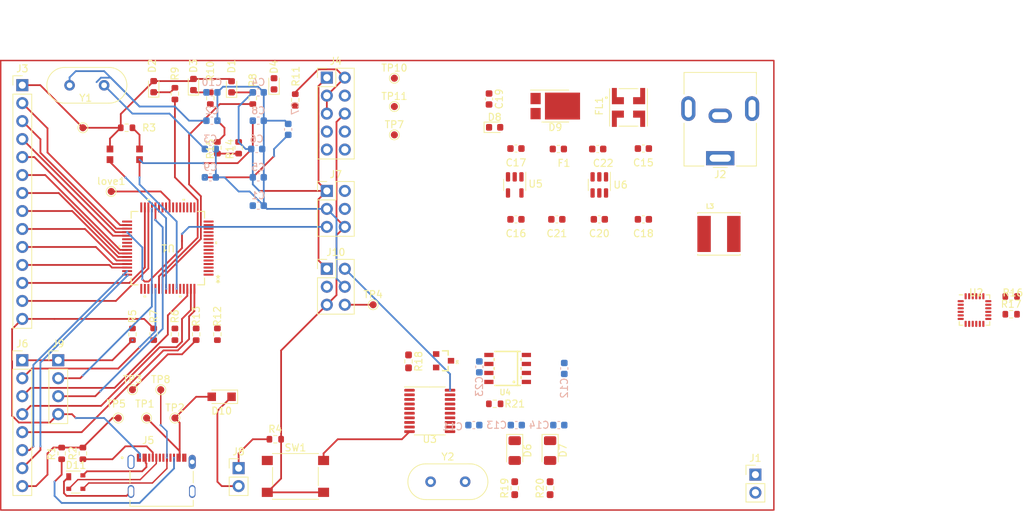
<source format=kicad_pcb>
(kicad_pcb (version 20221018) (generator pcbnew)
  (layers (0 "F.Cu" signal) (31 "B.Cu" signal) (34 "B.Paste" user) (35 "F.Paste" user) (36 "B.SilkS" user "B.Silkscreen") (37 "F.SilkS" user "F.Silkscreen") (38 "B.Mask" user) (39 "F.Mask" user) (44 "Edge.Cuts" user))
  (net 0 "")
  (net 1 "GND")
  (net 2 "Net-(U1-AVCC0)")
  (net 3 "Net-(U1-P213{slash}GTIOC0A{slash}XTAL)")
  (net 4 "Net-(U1-P212{slash}GTIOC0B{slash}EXTAL)")
  (net 5 "IOREF")
  (net 6 "/MCU/MCU_3V3")
  (net 7 "Net-(U1-P010{slash}AN005{slash}VREFH0)")
  (net 8 "Net-(U1-VCL)")
  (net 9 "Net-(U3-OSC2)")
  (net 10 "Net-(U3-OSC1)")
  (net 11 "+12V")
  (net 12 "+3.3V")
  (net 13 "Net-(U6-BST)")
  (net 14 "Net-(U6-SW)")
  (net 15 "Net-(D9-K)")
  (net 16 "-BATT")
  (net 17 "Net-(C22-Pad2)")
  (net 18 "/Connectors/SHIELD2")
  (net 19 "Net-(D1-K)")
  (net 20 "Net-(D2-K)")
  (net 21 "Net-(D3-K)")
  (net 22 "Net-(D4-K)")
  (net 23 "D13")
  (net 24 "/CAN/CAN_HI")
  (net 25 "/CAN/CAN_LOW")
  (net 26 "Net-(D6-K)")
  (net 27 "Net-(D6-A)")
  (net 28 "Net-(D7-K)")
  (net 29 "Net-(D7-A)")
  (net 30 "Net-(D8-A2)")
  (net 31 "VUSB_DIODE")
  (net 32 "VUSB")
  (net 33 "USB_D-")
  (net 34 "USB_D+")
  (net 35 "+BATT")
  (net 37 "D12")
  (net 38 "D11")
  (net 39 "D10")
  (net 40 "D7")
  (net 41 "D6")
  (net 42 "D5")
  (net 43 "D4")
  (net 44 "D3")
  (net 45 "D2")
  (net 46 "D1")
  (net 47 "D0")
  (net 48 "P502")
  (net 49 "~{RESET}")
  (net 50 "P501")
  (net 52 "P300")
  (net 53 "P108")
  (net 54 "CC1")
  (net 57 "CC2")
  (net 58 "A0")
  (net 59 "A1")
  (net 60 "A2")
  (net 61 "A3")
  (net 62 "A4")
  (net 63 "A5")
  (net 64 "D9")
  (net 65 "D8")
  (net 66 "BOOT")
  (net 67 "/MCU/AREF")
  (net 68 "/MCU/P204")
  (net 69 "Net-(U1-P407{slash}USB_VBUS{slash}ADTRG0)")
  (net 70 "Net-(R6-Pad2)")
  (net 71 "/MCU/P012")
  (net 72 "/MCU/P013")
  (net 73 "Net-(U1-NMI{slash}INPUT_ONLY_P200)")
  (net 74 "/MCU/MD")
  (net 75 "Net-(U1-GTIOC2A{slash}AN016{slash}P500)")
  (net 112 "/CAN/SOF")
  (footprint "TestPoint:TestPoint_Pad_D1.0mm" (layer "F.Cu") (at 113 125)
    (fp_text reference "TP2")
    (fp_text value "TestPoint" hide)
  )
  (footprint "Resistor_SMD:R_0603_1608Metric" (layer "F.Cu") (at 127.175 128)
    (fp_text reference "R4")
    (fp_text value "5.1k")
  )
  (footprint "Resistor_SMD:R_0603_1608Metric" (layer "F.Cu") (at 119 86.825 90)
    (fp_text reference "R15")
    (fp_text value "13.7k" hide)
  )
  (footprint "Connector_PinHeader_2.54mm:PinHeader_2x05_P2.54mm_Vertical" (layer "F.Cu") (at 134.46 76.92)
    (fp_text reference "J4")
    (fp_text value "Conn_02x05_Counter_Clockwise")
  )
  (footprint "TestPoint:TestPoint_Pad_D1.0mm" (layer "F.Cu") (at 105 125)
    (fp_text reference "TP5")
    (fp_text value "TestPoint" hide)
  )
  (footprint "Connector_PinHeader_2.54mm:PinHeader_1x02_P2.54mm_Vertical" (layer "F.Cu") (at 195 133)
    (fp_text reference "J1")
    (fp_text value "CAN_OUT")
  )
  (footprint "Resistor_SMD:R_0603_1608Metric" (layer "F.Cu") (at 118 79.825 -90)
    (fp_text reference "R10")
    (fp_text value "330" hide)
  )
  (footprint "Resistor_SMD:R_0603_1608Metric" (layer "F.Cu") (at 113 79.175 -90)
    (fp_text reference "R9")
    (fp_text value "330" hide)
  )
  (footprint "Package_TO_SOT_SMD:TSOT-23-6" (layer "F.Cu") (at 172.95 92.0725 -90)
    (fp_text reference "U6")
    (fp_text value "AP63205WU-7")
  )
  (footprint "Resistor_SMD:R_0603_1608Metric" (layer "F.Cu") (at 97 130 90)
    (fp_text reference "R1")
    (fp_text value "5.1k")
  )
  (footprint "Resistor_SMD:R_0603_1608Metric" (layer "F.Cu") (at 100 130 90)
    (fp_text reference "R2")
    (fp_text value "5.1k")
  )
  (footprint "Capacitor_SMD:C_0603_1608Metric" (layer "F.Cu") (at 179.175 86.935)
    (fp_text reference "C15")
    (fp_text value "10u")
  )
  (footprint "~ALL:IND_BLM18_0603_MUR" (layer "F.Cu") (at 103.825 87.7493 90)
    (fp_text reference "L2" hide)
    (fp_text value "BLM18PG471SN1D" hide)
  )
  (footprint "~ALL:PLQP0064KB-C_REN" (layer "F.Cu") (at 112 101 180)
    (fp_text reference "U1")
    (fp_text value "R7FA4M1AB3CFM" hide)
  )
  (footprint "Diode_SMD:D_0603_1608Metric" (layer "F.Cu") (at 110 78.1925 90)
    (fp_text reference "D2")
    (fp_text value "LED" hide)
  )
  (footprint "Capacitor_SMD:C_0603_1608Metric" (layer "F.Cu") (at 166.95 96.935 180)
    (fp_text reference "C21")
    (fp_text value "22u")
  )
  (footprint "~ALL:SOT23-3" (layer "F.Cu") (at 150.9 116.9125 -90)
    (fp_text reference "D5")
    (fp_text value "PESD1CAN")
  )
  (footprint "Diode_SMD:Nexperia_CFP3_SOD-123W" (layer "F.Cu") (at 119.6 122 180)
    (fp_text reference "D10")
    (fp_text value "PMEG6020AELRX" hide)
  )
  (footprint "Crystal:Crystal_HC49-U_Vertical" (layer "F.Cu") (at 103 78 180)
    (fp_text reference "Y1")
    (fp_text value "16MHz?")
  )
  (footprint "Capacitor_SMD:C_0603_1608Metric" (layer "F.Cu") (at 172.95 96.935)
    (fp_text reference "C20")
    (fp_text value "22u")
  )
  (footprint "Package_TO_SOT_SMD:SOT-143" (layer "F.Cu") (at 99 134.05)
    (fp_text reference "D11")
    (fp_text value "PRTR5V0U2X,215" hide)
  )
  (footprint "TestPoint:TestPoint_Pad_D1.0mm" (layer "F.Cu") (at 107 121)
    (fp_text reference "TP3")
    (fp_text value "TestPoint" hide)
  )
  (footprint "Diode_SMD:D_0603_1608Metric" (layer "F.Cu") (at 158.1625 83.935)
    (fp_text reference "D8")
    (fp_text value "5.0SMDJ16CA")
  )
  (footprint "~ALL:SOT96-1" (layer "F.Cu") (at 160 118 90)
    (fp_text reference "U4")
    (fp_text value "TJA1050")
  )
  (footprint "Resistor_SMD:R_0603_1608Metric" (layer "F.Cu") (at 130 80.0725 90)
    (fp_text reference "R11")
    (fp_text value "330" hide)
  )
  (footprint "Diode_SMD:D_0603_1608Metric" (layer "F.Cu") (at 121 78.2125 90)
    (fp_text reference "D1")
    (fp_text value "LED" hide)
  )
  (footprint "Package_SO:TSSOP-20_4.4x6.5mm_P0.65mm" (layer "F.Cu") (at 149 124)
    (fp_text reference "U3")
    (fp_text value "MCP2515-xST")
  )
  (footprint "TestPoint:TestPoint_Pad_D1.0mm" (layer "F.Cu") (at 109 125)
    (fp_text reference "TP1")
    (fp_text value "TestPoint" hide)
  )
  (footprint "Resistor_SMD:R_0603_1608Metric" (layer "F.Cu") (at 158.175 123 180)
    (fp_text reference "R21")
    (fp_text value "1M")
  )
  (footprint "Connector_PinHeader_2.54mm:PinHeader_2x03_P2.54mm_Vertical" (layer "F.Cu") (at 134.46 92.92)
    (fp_text reference "J7")
    (fp_text value "Conn_02x03_Counter_Clockwise")
  )
  (footprint "Resistor_SMD:R_0603_1608Metric_Pad0.98x0.95mm_HandSolder" (layer "F.Cu") (at 161 134.9125 90)
    (fp_text reference "R19")
    (fp_text value "270")
  )
  (footprint "Capacitor_SMD:C_0603_1608Metric" (layer "F.Cu") (at 157.375 79.935 -90)
    (fp_text reference "C19")
    (fp_text value "100u")
  )
  (footprint "Connector_PinHeader_2.54mm:PinHeader_1x08_P2.54mm_Vertical" (layer "F.Cu") (at 91.44 116.84)
    (fp_text reference "J6")
    (fp_text value "Screw_Terminal_01x08" hide)
  )
  (footprint "Capacitor_SMD:C_0603_1608Metric" (layer "F.Cu") (at 161.175 96.935)
    (fp_text reference "C16")
    (fp_text value "1u")
  )
  (footprint "Connector_BarrelJack:BarrelJack_CUI_PJ-063AH_Horizontal" (layer "F.Cu") (at 190.03 88.295 180)
    (fp_text reference "J2")
    (fp_text value "Barrel_Jack_MountingPin")
  )
  (footprint "Crystal:Crystal_HC49-U_Vertical" (layer "F.Cu") (at 149.12 134)
    (fp_text reference "Y2")
    (fp_text value "20M")
  )
  (footprint "Resistor_SMD:R_0603_1608Metric" (layer "F.Cu") (at 107 113.175 90)
    (fp_text reference "R5")
    (fp_text value "5.1k" hide)
  )
  (footprint "Capacitor_SMD:C_0603_1608Metric" (layer "F.Cu") (at 161.175 86.935)
    (fp_text reference "C17")
    (fp_text value "1u")
  )
  (footprint "TestPoint:TestPoint_Pad_D1.0mm" (layer "F.Cu") (at 104 93)
    (fp_text reference "love1")
    (fp_text value "TestPoint" hide)
  )
  (footprint "Resistor_SMD:R_0603_1608Metric_Pad0.98x0.95mm_HandSolder" (layer "F.Cu") (at 166 134.9125 90)
    (fp_text reference "R20")
    (fp_text value "270")
  )
  (footprint "LED_SMD:LED_1206_3216Metric" (layer "F.Cu") (at 161 129.6 -90)
    (fp_text reference "D6")
    (fp_text value "LED")
  )
  (footprint "~ALL:IND_VLS6045EX-100M" (layer "F.Cu") (at 189.85 99)
    (fp_text reference "L3")
    (fp_text value "4.7u")
  )
  (footprint "TestPoint:TestPoint_Pad_D1.0mm" (layer "F.Cu") (at 141 109)
    (fp_text reference "TP4")
    (fp_text value "TestPoint")
  )
  (footprint "Resistor_SMD:R_0603_1608Metric_Pad0.98x0.95mm_HandSolder" (layer "F.Cu") (at 146 117 -90)
    (fp_text reference "R18")
    (fp_text value "120")
  )
  (footprint "Resistor_SMD:R_0603_1608Metric" (layer "F.Cu") (at 113 113.175 -90)
    (fp_text reference "R6")
    (fp_text value "5.1k" hide)
  )
  (footprint "~ALL:FIL_DLW5BTZ251TQ2L" (layer "F.Cu") (at 177.075 81.125 90)
    (fp_text reference "FL1")
    (fp_text value "DLW5BTM251TQ2L")
  )
  (footprint "Resistor_SMD:R_0603_1608Metric" (layer "F.Cu") (at 122 86.825 -90)
    (fp_text reference "R14")
    (fp_text value "100k" hide)
  )
  (footprint "TestPoint:TestPoint_Pad_D1.0mm" (layer "F.Cu") (at 144 85)
    (fp_text reference "TP7")
    (fp_text value "TestPoint")
  )
  (footprint "Resistor_SMD:R_0603_1608Metric" (layer "F.Cu") (at 119 113.175 90)
    (fp_text reference "R12")
    (fp_text value "5.1k" hide)
  )
  (footprint "TestPoint:TestPoint_Pad_D1.0mm" (layer "F.Cu") (at 144 81)
    (fp_text reference "TP11")
    (fp_text value "TestPoint")
  )
  (footprint "Package_TO_SOT_SMD:Nexperia_CFP15_SOT-1289" (layer "F.Cu") (at 166.73 80.935 180)
    (fp_text reference "D9")
    (fp_text value "PMEG030V050EPD")
  )
  (footprint "TestPoint:TestPoint_Pad_D1.0mm" (layer "F.Cu") (at 100 84)
    (fp_text reference "TP6" hide)
    (fp_text value "TestPoint" hide)
  )
  (footprint "Connector_PinHeader_2.54mm:PinHeader_2x03_P2.54mm_Vertical" (layer "F.Cu") (at 134.46 103.92)
    (fp_text reference "J10")
    (fp_text value "Conn_02x03_Counter_Clockwise")
  )
  (footprint "Diode_SMD:D_0603_1608Metric" (layer "F.Cu") (at 115.62 77.89 90)
    (fp_text reference "D3")
    (fp_text value "LED" hide)
  )
  (footprint "Resistor_SMD:R_0603_1608Metric" (layer "F.Cu") (at 231.13 107.83)
    (fp_text reference "R16")
    (fp_text value "5.1k")
  )
  (footprint "Connector_PinHeader_2.54mm:PinHeader_1x14_P2.54mm_Vertical" (layer "F.Cu") (at 91.44 77.98)
    (fp_text reference "J3")
    (fp_text value "Screw_Terminal_01x14" hide)
  )
  (footprint "Package_TO_SOT_SMD:SOT-23-5" (layer "F.Cu") (at 161 92.0725 -90)
    (fp_text reference "U5")
    (fp_text value "AP2112K-3.3TRG1")
  )
  (footprint "Connector_PinHeader_2.54mm:PinHeader_1x02_P2.54mm_Vertical" (layer "F.Cu") (at 122 132.08)
    (fp_text reference "J8")
    (fp_text value "Conn_01x02")
  )
  (footprint "~ALL:IND_BLM18_0603_MUR" (layer "F.Cu") (at 108 87.7493 90)
    (fp_text reference "L1" hide)
    (fp_text value "BLM18PG471SN1D" hide)
  )
  (footprint "Resistor_SMD:R_0603_1608Metric" (layer "F.Cu") (at 110 113.175 90)
    (fp_text reference "R7")
    (fp_text value "5.1k" hide)
  )
  (footprint "TestPoint:TestPoint_Pad_D1.0mm" (layer "F.Cu") (at 111 121)
    (fp_text reference "TP8")
    (fp_text value "TestPoint")
  )
  (footprint "~ALL:VALCON_CSP-USC16-TR" (layer "F.Cu") (at 111.1208 130.61)
    (fp_text reference "J5")
    (fp_text value "CSP-USC16-TR")
    (fp_line (start 4 1.14) (end 4 0.09) (stroke (width 0.01)) (layer "Edge.Cuts"))
    (fp_line (start 4.65 0.04) (end 4.65 1.14) (stroke (width 0.01)) (layer "Edge.Cuts"))
    (fp_arc (start 4 0.09) (mid 4.087513 -0.151274) (end 4.32 -0.26) (stroke (width 0.01)) (layer "Edge.Cuts"))
    (fp_arc (start 4.32 -0.26) (mid 4.547132 -0.178345) (end 4.65 0.04) (stroke (width 0.01)) (layer "Edge.Cuts"))
    (fp_arc (start 4.32 1.44) (mid 4.097868 1.356274) (end 4 1.14) (stroke (width 0.01)) (layer "Edge.Cuts"))
    (fp_arc (start 4.65 1.14) (mid 4.547132 1.358345) (end 4.32 1.44) (stroke (width 0.01)) (layer "Edge.Cuts"))
  )
  (footprint "Resistor_SMD:R_0603_1608Metric" (layer "F.Cu") (at 124 79.825 -90)
    (fp_text reference "R8")
    (fp_text value "330" hide)
  )
  (footprint "Button_Switch_SMD:SW_Push_1P1T_NO_6x6mm_H9.5mm" (layer "F.Cu") (at 130.025 133.25)
    (fp_text reference "SW1")
    (fp_text value "SW_Push")
  )
  (footprint "Resistor_SMD:R_0603_1608Metric" (layer "F.Cu") (at 231.13 110.34)
    (fp_text reference "R17")
    (fp_text value "5.1k")
  )
  (footprint "Diode_SMD:D_0603_1608Metric" (layer "F.Cu") (at 127 77.7875 90)
    (fp_text reference "D4")
    (fp_text value "LED" hide)
  )
  (footprint "Resistor_SMD:R_0603_1608Metric" (layer "F.Cu") (at 106.175 84)
    (fp_text reference "R3")
    (fp_text value "5.1k")
  )
  (footprint "Resistor_SMD:R_0603_1608Metric" (layer "F.Cu") (at 116 113.175 90)
    (fp_text reference "R13")
    (fp_text value "5.1k" hide)
  )
  (footprint "Sensor_Motion:InvenSense_QFN-24_4x4mm_P0.5mm" (layer "F.Cu") (at 225.95 109.75)
    (fp_text reference "U2")
    (fp_text value "MPU-6050")
  )
  (footprint "Fuse:Fuse_0603_1608Metric" (layer "F.Cu") (at 167.1625 87 180)
    (fp_text reference "F1")
    (fp_text value "0685T3000-01")
  )
  (footprint "TestPoint:TestPoint_Pad_D1.0mm" (layer "F.Cu") (at 144 77)
    (fp_text reference "TP10")
    (fp_text value "TestPoint")
  )
  (footprint "LED_SMD:LED_1206_3216Metric" (layer "F.Cu") (at 166 129.6 -90)
    (fp_text reference "D7")
    (fp_text value "LED")
  )
  (footprint "Capacitor_SMD:C_0603_1608Metric" (layer "F.Cu") (at 172.725 87)
    (fp_text reference "C22")
    (fp_text value "100u")
  )
  (footprint "Connector_PinHeader_2.54mm:PinHeader_1x04_P2.54mm_Vertical" (layer "F.Cu") (at 96.52 116.84)
    (fp_text reference "J9")
    (fp_text value "Screw_Terminal_01x04" hide)
  )
  (footprint "Capacitor_SMD:C_0603_1608Metric" (layer "F.Cu") (at 179.175 96.935 180)
    (fp_text reference "C18")
    (fp_text value "100n")
  )
  (footprint "Capacitor_SMD:C_0603_1608Metric" (layer "B.Cu") (at 118 91 180)
    (fp_text reference "C9")
    (fp_text value "15pF")
  )
  (footprint "Capacitor_SMD:C_0603_1608Metric" (layer "B.Cu") (at 118 87 180)
    (fp_text reference "C3")
    (fp_text value "15pF")
  )
  (footprint "Capacitor_SMD:C_0603_1608Metric" (layer "B.Cu") (at 155.225 126 180)
    (fp_text reference "C11")
    (fp_text value "15p")
  )
  (footprint "Capacitor_SMD:C_0603_1608Metric" (layer "B.Cu") (at 156 117.775 -90)
    (fp_text reference "C23")
    (fp_text value "4.7nF")
  )
  (footprint "Capacitor_SMD:C_0603_1608Metric" (layer "B.Cu") (at 124.775 79 180)
    (fp_text reference "C4")
    (fp_text value "15pF")
  )
  (footprint "Capacitor_SMD:C_0603_1608Metric" (layer "B.Cu") (at 161.225 126 180)
    (fp_text reference "C13")
    (fp_text value "15p")
  )
  (footprint "Capacitor_SMD:C_0603_1608Metric" (layer "B.Cu") (at 124.55 87 180)
    (fp_text reference "C6")
    (fp_text value "15pF")
  )
  (footprint "Capacitor_SMD:C_0603_1608Metric" (layer "B.Cu") (at 118.225 79 180)
    (fp_text reference "C10")
    (fp_text value "15pF")
  )
  (footprint "Capacitor_SMD:C_0603_1608Metric" (layer "B.Cu") (at 118.225 83 180)
    (fp_text reference "C2")
    (fp_text value "15pF")
  )
  (footprint "Capacitor_SMD:C_0603_1608Metric" (layer "B.Cu") (at 124.775 91 180)
    (fp_text reference "C5")
    (fp_text value "15pF")
  )
  (footprint "Capacitor_SMD:C_0603_1608Metric" (layer "B.Cu") (at 129 84.225 -90)
    (fp_text reference "C7")
    (fp_text value "4.7uF")
  )
  (footprint "Capacitor_SMD:C_0603_1608Metric" (layer "B.Cu") (at 168 118 -90)
    (fp_text reference "C12")
    (fp_text value "0.1u")
  )
  (footprint "Capacitor_SMD:C_0603_1608Metric" (layer "B.Cu") (at 167.225 126 180)
    (fp_text reference "C14")
    (fp_text value "0.1u")
  )
  (footprint "Capacitor_SMD:C_0603_1608Metric" (layer "B.Cu") (at 124.775 95 180)
    (fp_text reference "C1")
    (fp_text value "15pF")
  )
  (footprint "Capacitor_SMD:C_0603_1608Metric" (layer "B.Cu") (at 124.775 83 180)
    (fp_text reference "C8")
    (fp_text value "15pF")
  )
  (gr_rect (start 88.39 74.5) (end 197.61 138) (stroke (width 0.2)) (fill none) (layer "F.Cu"))
  (segment (start 136 128) (end 145.0625 128) (width 0.25) (layer "F.Cu") (net 1))
  (segment (start 95.345 125.635) (end 90.953299 125.635) (width 0.25) (layer "F.Cu") (net 1))
  (segment (start 130 79) (end 130 79.2475) (width 0.25) (layer "F.Cu") (net 1))
  (segment (start 95.825 129.175) (end 97 129.175) (width 0.25) (layer "F.Cu") (net 1))
  (segment (start 137 76.92) (end 135.825 75.745) (width 0.25) (layer "F.Cu") (net 1))
  (segment (start 134 130) (end 136 128) (width 0.25) (layer "F.Cu") (net 1))
  (segment (start 90.953299 125.635) (end 90 124.681701) (width 0.25) (layer "F.Cu") (net 1))
  (segment (start 98.46 124.46) (end 99 125) (width 0.25) (layer "F.Cu") (net 1))
  (segment (start 104.175 125) (end 105 125) (width 0.25) (layer "F.Cu") (net 1))
  (segment (start 120 84) (end 119 83) (width 0.25) (layer "F.Cu") (net 1))
  (segment (start 91.44 111) (end 96 111) (width 0.25) (layer "F.Cu") (net 1))
  (segment (start 96 111) (end 108.65 111) (width 0.25) (layer "F.Cu") (net 1))
  (segment (start 120 85) (end 120 84) (width 0.25) (layer "F.Cu") (net 1))
  (segment (start 95 133) (end 95 130) (width 0.25) (layer "F.Cu") (net 1))
  (segment (start 97 129.175) (end 100 129.175) (width 0.25) (layer "F.Cu") (net 1))
  (segment (start 133.255 75.745) (end 130 79) (width 0.25) (layer "F.Cu") (net 1))
  (segment (start 135.825 75.745) (end 133.255 75.745) (width 0.25) (layer "F.Cu") (net 1))
  (segment (start 91.44 134.62) (end 93.38 134.62) (width 0.25) (layer "F.Cu") (net 1))
  (segment (start 93.38 134.62) (end 95 133) (width 0.25) (layer "F.Cu") (net 1))
  (segment (start 134.46 79.46) (end 134.46 82) (width 0.25) (layer "F.Cu") (net 1))
  (segment (start 137 76.92) (end 134.46 79.46) (width 0.25) (layer "F.Cu") (net 1))
  (segment (start 96.52 124.46) (end 95.345 125.635) (width 0.25) (layer "F.Cu") (net 1))
  (segment (start 134 131) (end 134 130) (width 0.25) (layer "F.Cu") (net 1))
  (segment (start 96.52 124.46) (end 98.46 124.46) (width 0.25) (layer "F.Cu") (net 1))
  (segment (start 90 112.44) (end 91.44 111) (width 0.25) (layer "F.Cu") (net 1))
  (segment (start 90 124.681701) (end 90 112.44) (width 0.25) (layer "F.Cu") (net 1))
  (segment (start 95 130) (end 95.825 129.175) (width 0.25) (layer "F.Cu") (net 1))
  (segment (start 108.65 111) (end 110 112.35) (width 0.25) (layer "F.Cu") (net 1))
  (segment (start 100 129.175) (end 104.175 125) (width 0.25) (layer "F.Cu") (net 1))
  (segment (start 145.0625 128) (end 146.1375 126.925) (width 0.25) (layer "F.Cu") (net 1))
  (segment (start 119 86) (end 120 85) (width 0.25) (layer "F.Cu") (net 1))
  (via micro (at 108.0708 130.61) (size 0.3) (drill 0.1) (layers "F.Cu" "B.Cu") (net 1))
  (via micro (at 119 83) (size 0.3) (drill 0.1) (layers "F.Cu" "B.Cu") (net 1))
  (via micro (at 99 125) (size 0.3) (drill 0.1) (layers "F.Cu" "B.Cu") (net 1))
  (segment (start 125.55 83) (end 125.55 86.775) (width 0.25) (layer "B.Cu") (net 1))
  (segment (start 99 125) (end 103 125) (width 0.25) (layer "B.Cu") (net 1))
  (segment (start 128.55 83) (end 129 83.45) (width 0.25) (layer "B.Cu") (net 1))
  (segment (start 120 91) (end 122 93) (width 0.25) (layer "B.Cu") (net 1))
  (segment (start 103 125) (end 108.0708 130.0708) (width 0.25) (layer "B.Cu") (net 1))
  (segment (start 125.55 79) (end 125.55 83) (width 0.25) (layer "B.Cu") (net 1))
  (segment (start 135.825 105.285) (end 135.825 96.825) (width 0.25) (layer "B.Cu") (net 1))
  (segment (start 125.55 95) (end 126.01 95.46) (width 0.25) (layer "B.Cu") (net 1))
  (segment (start 125.55 91) (end 125.55 87.225) (width 0.25) (layer "B.Cu") (net 1))
  (segment (start 125.55 95) (end 125.55 91) (width 0.25) (layer "B.Cu") (net 1))
  (segment (start 108.0708 130.0708) (end 108.0708 130.61) (width 0.25) (layer "B.Cu") (net 1))
  (segment (start 124.75 78.2) (end 125.55 79) (width 0.25) (layer "B.Cu") (net 1))
  (segment (start 118.775 87) (end 118.775 91) (width 0.25) (layer "B.Cu") (net 1))
  (segment (start 118.775 91) (end 120 91) (width 0.25) (layer "B.Cu") (net 1))
  (segment (start 125.55 86.775) (end 125.325 87) (width 0.25) (layer "B.Cu") (net 1))
  (segment (start 126.01 95.46) (end 134.46 95.46) (width 0.25) (layer "B.Cu") (net 1))
  (segment (start 122 93) (end 123.55 93) (width 0.25) (layer "B.Cu") (net 1))
  (segment (start 123.55 93) (end 125.55 95) (width 0.25) (layer "B.Cu") (net 1))
  (segment (start 119.8 78.2) (end 124.75 78.2) (width 0.25) (layer "B.Cu") (net 1))
  (segment (start 135.825 96.825) (end 134.46 95.46) (width 0.25) (layer "B.Cu") (net 1))
  (segment (start 119 79) (end 119.8 78.2) (width 0.25) (layer "B.Cu") (net 1))
  (segment (start 137 106.46) (end 135.825 105.285) (width 0.25) (layer "B.Cu") (net 1))
  (segment (start 125.55 87.225) (end 125.325 87) (width 0.25) (layer "B.Cu") (net 1))
  (segment (start 125.55 83) (end 128.55 83) (width 0.25) (layer "B.Cu") (net 1))
  (segment (start 119 79) (end 119 83) (width 0.25) (layer "B.Cu") (net 1))
  (segment (start 103.825 88.4986) (end 103.825 88.825) (width 0.25) (layer "F.Cu") (net 2))
  (segment (start 103.825 88.825) (end 106 91) (width 0.25) (layer "F.Cu") (net 2))
  (via micro (at 111.749937 106.7531) (size 0.3) (drill 0.1) (layers "F.Cu" "B.Cu") (net 2))
  (via micro (at 106 91) (size 0.3) (drill 0.1) (layers "F.Cu" "B.Cu") (net 2))
  (segment (start 111.749937 96.749937) (end 111.749937 106.7531) (width 0.25) (layer "B.Cu") (net 2))
  (segment (start 106 91) (end 111.749937 96.749937) (width 0.25) (layer "B.Cu") (net 2))
  (segment (start 117.45 83) (end 115 83) (width 0.25) (layer "B.Cu") (net 3))
  (segment (start 108 81) (end 103 76) (width 0.25) (layer "B.Cu") (net 3))
  (segment (start 115 83) (end 113 81) (width 0.25) (layer "B.Cu") (net 3))
  (segment (start 102.55472 76.925) (end 101.925 77.55472) (width 0.25) (layer "B.Cu") (net 3))
  (segment (start 108 81) (end 103.925 76.925) (width 0.25) (layer "B.Cu") (net 3))
  (segment (start 103 76) (end 99 76) (width 0.25) (layer "B.Cu") (net 3))
  (segment (start 99 76) (end 98.12 76.88) (width 0.25) (layer "B.Cu") (net 3))
  (segment (start 103.925 76.925) (end 102.55472 76.925) (width 0.25) (layer "B.Cu") (net 3))
  (segment (start 113 81) (end 108 81) (width 0.25) (layer "B.Cu") (net 3))
  (segment (start 98.12 76.88) (end 98.12 78) (width 0.25) (layer "B.Cu") (net 3))
  (segment (start 107 82) (end 103 78) (width 0.25) (layer "B.Cu") (net 4))
  (segment (start 117.225 87) (end 112.225 82) (width 0.25) (layer "B.Cu") (net 4))
  (segment (start 112.225 82) (end 107 82) (width 0.25) (layer "B.Cu") (net 4))
  (segment (start 115.3175 77.405) (end 115.62 77.1025) (width 0.25) (layer "F.Cu") (net 5))
  (segment (start 91.44 77.98) (end 93.98 77.98) (width 0.25) (layer "F.Cu") (net 5))
  (segment (start 103.825 85.525) (end 103.825 87) (width 0.25) (layer "F.Cu") (net 5))
  (segment (start 105.35 84) (end 103.825 85.525) (width 0.25) (layer "F.Cu") (net 5))
  (segment (start 96.52 116.84) (end 91.44 116.84) (width 0.25) (layer "F.Cu") (net 5))
  (segment (start 125.08 92.92) (end 134.46 92.92) (width 0.25) (layer "F.Cu") (net 5))
  (segment (start 124 128) (end 126.35 128) (width 0.25) (layer "F.Cu") (net 5))
  (segment (start 133.285 78.095) (end 134.46 76.92) (width 0.25) (layer "F.Cu") (net 5))
  (segment (start 125 93) (end 125.08 92.92) (width 0.25) (layer "F.Cu") (net 5))
  (segment (start 133.285 91.745) (end 133.285 78.095) (width 0.25) (layer "F.Cu") (net 5))
  (segment (start 110 77.405) (end 115.3175 77.405) (width 0.25) (layer "F.Cu") (net 5))
  (segment (start 96.52 116.84) (end 104.16 116.84) (width 0.25) (layer "F.Cu") (net 5))
  (segment (start 107 121) (end 112 116) (width 0.25) (layer "F.Cu") (net 5))
  (segment (start 115.62 77.1025) (end 120.6775 77.1025) (width 0.25) (layer "F.Cu") (net 5))
  (segment (start 104.16 116.84) (end 107 114) (width 0.25) (layer "F.Cu") (net 5))
  (segment (start 112 116) (end 114 116) (width 0.25) (layer "F.Cu") (net 5))
  (segment (start 93.98 77.98) (end 100 84) (width 0.25) (layer "F.Cu") (net 5))
  (segment (start 120.6775 77.1025) (end 121 77.425) (width 0.25) (layer "F.Cu") (net 5))
  (segment (start 122 132.08) (end 122 130) (width 0.25) (layer "F.Cu") (net 5))
  (segment (start 110 77.405) (end 105.35 82.055) (width 0.25) (layer "F.Cu") (net 5))
  (segment (start 114 116) (end 116 114) (width 0.25) (layer "F.Cu") (net 5))
  (segment (start 133.285 102.745) (end 133.285 94.095) (width 0.25) (layer "F.Cu") (net 5))
  (segment (start 134.46 92.92) (end 133.285 91.745) (width 0.25) (layer "F.Cu") (net 5))
  (segment (start 134.46 103.92) (end 133.285 102.745) (width 0.25) (layer "F.Cu") (net 5))
  (segment (start 105.35 82.055) (end 105.35 84) (width 0.25) (layer "F.Cu") (net 5))
  (segment (start 100 84) (end 105.35 84) (width 0.25) (layer "F.Cu") (net 5))
  (segment (start 133.285 94.095) (end 134.46 92.92) (width 0.25) (layer "F.Cu") (net 5))
  (segment (start 122 130) (end 124 128) (width 0.25) (layer "F.Cu") (net 5))
  (via micro (at 125 93) (size 0.3) (drill 0.1) (layers "F.Cu" "B.Cu") (net 5))
  (via micro (at 151.8625 121.075) (size 0.3) (drill 0.1) (layers "F.Cu" "B.Cu") (net 5))
  (via micro (at 107 114) (size 0.3) (drill 0.1) (layers "F.Cu" "B.Cu") (net 5))
  (via micro (at 122 86) (size 0.3) (drill 0.1) (layers "F.Cu" "B.Cu") (net 5))
  (segment (start 123.775 87) (end 123 87) (width 0.25) (layer "B.Cu") (net 5))
  (segment (start 123 87) (end 122 86) (width 0.25) (layer "B.Cu") (net 5))
  (segment (start 124 87.225) (end 123.775 87) (width 0.25) (layer "B.Cu") (net 5))
  (segment (start 124 92) (end 125 93) (width 0.25) (layer "B.Cu") (net 5))
  (segment (start 151.8625 118.7825) (end 151.8625 121.075) (width 0.25) (layer "B.Cu") (net 5))
  (segment (start 122 81) (end 124 79) (width 0.25) (layer "B.Cu") (net 5))
  (segment (start 137 103.92) (end 151.8625 118.7825) (width 0.25) (layer "B.Cu") (net 5))
  (segment (start 124 91) (end 124 87.225) (width 0.25) (layer "B.Cu") (net 5))
  (segment (start 124 91) (end 124 92) (width 0.25) (layer "B.Cu") (net 5))
  (segment (start 137 103.92) (end 136.275 103.92) (width 0.25) (layer "B.Cu") (net 5))
  (segment (start 122 86) (end 122 81) (width 0.25) (layer "B.Cu") (net 5))
  (segment (start 124 91) (end 117.225 91) (width 0.25) (layer "F.Cu") (net 6))
  (segment (start 127 88) (end 124 91) (width 0.25) (layer "F.Cu") (net 6))
  (via micro (at 127 88) (size 0.3) (drill 0.1) (layers "F.Cu" "B.Cu") (net 6))
  (via micro (at 117.225 91) (size 0.3) (drill 0.1) (layers "F.Cu" "B.Cu") (net 6))
  (segment (start 127 87) (end 127 88) (width 0.25) (layer "B.Cu") (net 6))
  (segment (start 129 85) (end 127 87) (width 0.25) (layer "B.Cu") (net 6))
  (segment (start 124 86.867462) (end 121.867462 89) (width 0.25) (layer "F.Cu") (net 7))
  (segment (start 124 83) (end 124 86.867462) (width 0.25) (layer "F.Cu") (net 7))
  (segment (start 108 91) (end 108 88.4986) (width 0.25) (layer "F.Cu") (net 7))
  (segment (start 121.867462 89) (end 117 89) (width 0.25) (layer "F.Cu") (net 7))
  (via micro (at 108 91) (size 0.3) (drill 0.1) (layers "F.Cu" "B.Cu") (net 7))
  (via micro (at 117 89) (size 0.3) (drill 0.1) (layers "F.Cu" "B.Cu") (net 7))
  (via micro (at 124 83) (size 0.3) (drill 0.1) (layers "F.Cu" "B.Cu") (net 7))
  (via micro (at 108 88.4986) (size 0.3) (drill 0.1) (layers "F.Cu" "B.Cu") (net 7))
  (via micro (at 113.250315 106.7531) (size 0.3) (drill 0.1) (layers "F.Cu" "B.Cu") (net 7))
  (segment (start 108 91) (end 108 92) (width 0.25) (layer "B.Cu") (net 7))
  (segment (start 108.5014 89) (end 108 88.4986) (width 0.25) (layer "B.Cu") (net 7))
  (segment (start 113.250315 97.250315) (end 113.250315 106.7531) (width 0.25) (layer "B.Cu") (net 7))
  (segment (start 117 89) (end 108.5014 89) (width 0.25) (layer "B.Cu") (net 7))
  (segment (start 108 92) (end 113.250315 97.250315) (width 0.25) (layer "B.Cu") (net 7))
  (segment (start 137 109) (end 141 109) (width 0.25) (layer "F.Cu") (net 12))
  (segment (start 98 133.3) (end 97.325 133.975) (width 0.25) (layer "F.Cu") (net 18))
  (segment (start 106.1758 136) (end 106.7958 135.38) (width 0.25) (layer "F.Cu") (net 18))
  (segment (start 97.325 135.625) (end 97.7 136) (width 0.25) (layer "F.Cu") (net 18))
  (segment (start 97.7 136) (end 106.1758 136) (width 0.25) (layer "F.Cu") (net 18))
  (segment (start 97.325 133.975) (end 97.325 135.625) (width 0.25) (layer "F.Cu") (net 18))
  (segment (start 121 79) (end 124 79) (width 0.25) (layer "F.Cu") (net 19))
  (segment (start 112.37 78.98) (end 113 78.35) (width 0.25) (layer "F.Cu") (net 20))
  (segment (start 110 78.98) (end 112.37 78.98) (width 0.25) (layer "F.Cu") (net 20))
  (segment (start 115.62 78.6775) (end 115.9425 79) (width 0.25) (layer "F.Cu") (net 21))
  (segment (start 115.9425 79) (end 118 79) (width 0.25) (layer "F.Cu") (net 21))
  (segment (start 114 101) (end 109.2704 105.7296) (width 0.25) (layer "F.Cu") (net 23))
  (segment (start 109 105.7296) (end 108.729595 105.7296) (width 0.25) (layer "F.Cu") (net 23))
  (segment (start 114 100) (end 114 101) (width 0.25) (layer "F.Cu") (net 23))
  (segment (start 109.2704 105.7296) (end 109 105.7296) (width 0.25) (layer "F.Cu") (net 23))
  (segment (start 108.729595 105.7296) (end 108.396741 105.396746) (width 0.25) (layer "F.Cu") (net 23))
  (segment (start 104.589433 98.749433) (end 106.2469 98.749433) (width 0.25) (layer "F.Cu") (net 23))
  (segment (start 114 100) (end 114 99) (width 0.25) (layer "F.Cu") (net 23))
  (segment (start 91.44 85.6) (end 104.589433 98.749433) (width 0.25) (layer "F.Cu") (net 23))
  (via micro (at 108.396741 105.396746) (size 0.3) (drill 0.1) (layers "F.Cu" "B.Cu") (net 23))
  (via micro (at 114 99) (size 0.3) (drill 0.1) (layers "F.Cu" "B.Cu") (net 23))
  (via micro (at 106.2469 98.749433) (size 0.3) (drill 0.1) (layers "F.Cu" "B.Cu") (net 23))
  (segment (start 108.396741 100.899274) (end 106.2469 98.749433) (width 0.25) (layer "B.Cu") (net 23))
  (segment (start 108.396741 105.396746) (end 108.396741 100.899274) (width 0.25) (layer "B.Cu") (net 23))
  (segment (start 134.46 98) (end 115 98) (width 0.25) (layer "B.Cu") (net 23))
  (segment (start 115 98) (end 114 99) (width 0.25) (layer "B.Cu") (net 23))
  (segment (start 119 124) (end 119 134) (width 0.25) (layer "F.Cu") (net 31))
  (segment (start 121 122) (end 119 124) (width 0.25) (layer "F.Cu") (net 31))
  (segment (start 119.62 134.62) (end 122 134.62) (width 0.25) (layer "F.Cu") (net 31))
  (segment (start 119 134) (end 119.62 134.62) (width 0.25) (layer "F.Cu") (net 31))
  (segment (start 118.2 122) (end 116 122) (width 0.25) (layer "F.Cu") (net 32))
  (segment (start 113 125) (end 113.6708 125.6708) (width 0.25) (layer "F.Cu") (net 32))
  (segment (start 108.9708 131.43) (end 108.8708 131.33) (width 0.25) (layer "F.Cu") (net 32))
  (segment (start 109 125) (end 113.6708 129.6708) (width 0.25) (layer "F.Cu") (net 32))
  (segment (start 108.8708 131.33) (end 108.8708 130.61) (width 0.25) (layer "F.Cu") (net 32))
  (segment (start 113.6708 129.6708) (end 113.6708 130.61) (width 0.25) (layer "F.Cu") (net 32))
  (segment (start 116 122) (end 113 125) (width 0.25) (layer "F.Cu") (net 32))
  (segment (start 100 133.1) (end 100.575 132.525) (width 0.25) (layer "F.Cu") (net 32))
  (segment (start 113.6708 125.6708) (end 113.6708 130.61) (width 0.25) (layer "F.Cu") (net 32))
  (segment (start 108.9708 131.929949) (end 108.9708 131.43) (width 0.25) (layer "F.Cu") (net 32))
  (segment (start 100.575 132.525) (end 108.375749 132.525) (width 0.25) (layer "F.Cu") (net 32))
  (segment (start 108.375749 132.525) (end 108.9708 131.929949) (width 0.25) (layer "F.Cu") (net 32))
  (segment (start 99.3 133.7) (end 108.1008 133.7) (width 0.2) (layer "F.Cu") (net 33))
  (segment (start 110.3708 131.43) (end 110.3708 130.61) (width 0.2) (layer "F.Cu") (net 33))
  (segment (start 108.1008 133.7) (end 110.3708 131.43) (width 0.2) (layer "F.Cu") (net 33))
  (segment (start 98 135) (end 99.3 133.7) (width 0.2) (layer "F.Cu") (net 33))
  (segment (start 100 135) (end 100.82 134.18) (width 0.2) (layer "F.Cu") (net 34))
  (segment (start 111.8708 132.1292) (end 111.8708 130.61) (width 0.2) (layer "F.Cu") (net 34))
  (segment (start 100.82 134.18) (end 109.82 134.18) (width 0.2) (layer "F.Cu") (net 34))
  (segment (start 111 126) (end 111 121) (width 0.2) (layer "F.Cu") (net 34))
  (segment (start 109.82 134.18) (end 111.8708 132.1292) (width 0.2) (layer "F.Cu") (net 34))
  (via micro (at 111 126) (size 0.3) (drill 0.1) (layers "F.Cu" "B.Cu") (net 34))
  (via micro (at 111.8708 130.61) (size 0.3) (drill 0.1) (layers "F.Cu" "B.Cu") (net 34))
  (segment (start 111.8708 126.8708) (end 111.8708 130.61) (width 0.2) (layer "B.Cu") (net 34))
  (segment (start 111 126) (end 111.8708 126.8708) (width 0.2) (layer "B.Cu") (net 34))
  (segment (start 104.725703 98.249307) (end 106.2469 98.249307) (width 0.25) (layer "F.Cu") (net 37))
  (segment (start 94 87.523604) (end 104.725703 98.249307) (width 0.25) (layer "F.Cu") (net 37))
  (segment (start 91.44 83.06) (end 94 85.62) (width 0.25) (layer "F.Cu") (net 37))
  (segment (start 94 85.62) (end 94 87.523604) (width 0.25) (layer "F.Cu") (net 37))
  (segment (start 91.44 80.52) (end 95 84.08) (width 0.25) (layer "F.Cu") (net 38))
  (segment (start 105.258826 97.749181) (end 106.2469 97.749181) (width 0.25) (layer "F.Cu") (net 38))
  (segment (start 95 84.08) (end 95 87.490355) (width 0.25) (layer "F.Cu") (net 38))
  (segment (start 95 87.490355) (end 105.258826 97.749181) (width 0.25) (layer "F.Cu") (net 38))
  (segment (start 91.44 88.14) (end 93.14 88.14) (width 0.25) (layer "F.Cu") (net 39))
  (segment (start 93.14 88.14) (end 104.249559 99.249559) (width 0.25) (layer "F.Cu") (net 39))
  (segment (start 104.249559 99.249559) (end 106.2469 99.249559) (width 0.25) (layer "F.Cu") (net 39))
  (segment (start 91.44 90.68) (end 94.68 90.68) (width 0.25) (layer "F.Cu") (net 40))
  (segment (start 94.68 90.68) (end 105.250063 101.250063) (width 0.25) (layer "F.Cu") (net 40))
  (segment (start 105.250063 101.250063) (end 106.2469 101.250063) (width 0.25) (layer "F.Cu") (net 40))
  (segment (start 96.583604 93.22) (end 105.113793 101.750189) (width 0.25) (layer "F.Cu") (net 41))
  (segment (start 91.44 93.22) (end 96.583604 93.22) (width 0.25) (layer "F.Cu") (net 41))
  (segment (start 105.113793 101.750189) (end 106.2469 101.750189) (width 0.25) (layer "F.Cu") (net 41))
  (segment (start 91.44 103.38) (end 103.743604 103.38) (width 0.25) (layer "F.Cu") (net 42))
  (segment (start 103.743604 103.38) (end 104.114297 103.750693) (width 0.25) (layer "F.Cu") (net 42))
  (segment (start 104.114297 103.750693) (end 106.2469 103.750693) (width 0.25) (layer "F.Cu") (net 42))
  (segment (start 104.250567 103.250567) (end 106.2469 103.250567) (width 0.25) (layer "F.Cu") (net 43))
  (segment (start 101.84 100.84) (end 104.250567 103.250567) (width 0.25) (layer "F.Cu") (net 43))
  (segment (start 91.44 100.84) (end 101.84 100.84) (width 0.25) (layer "F.Cu") (net 43))
  (segment (start 91.44 98.3) (end 100.3 98.3) (width 0.25) (layer "F.Cu") (net 44))
  (segment (start 104.750441 102.750441) (end 106.2469 102.750441) (width 0.25) (layer "F.Cu") (net 44))
  (segment (start 100.3 98.3) (end 104.750441 102.750441) (width 0.25) (layer "F.Cu") (net 44))
  (segment (start 98.487208 95.76) (end 104.977523 102.250315) (width 0.25) (layer "F.Cu") (net 45))
  (segment (start 91.44 95.76) (end 98.487208 95.76) (width 0.25) (layer "F.Cu") (net 45))
  (segment (start 104.977523 102.250315) (end 106.2469 102.250315) (width 0.25) (layer "F.Cu") (net 45))
  (segment (start 91.44 108.46) (end 104.662441 108.46) (width 0.25) (layer "F.Cu") (net 46))
  (segment (start 109.249307 103.873134) (end 109.249307 95.2469) (width 0.25) (layer "F.Cu") (net 46))
  (segment (start 104.662441 108.46) (end 109.249307 103.873134) (width 0.25) (layer "F.Cu") (net 46))
  (segment (start 106.566045 105.92) (end 108.749181 103.736864) (width 0.25) (layer "F.Cu") (net 47))
  (segment (start 91.44 105.92) (end 106.566045 105.92) (width 0.25) (layer "F.Cu") (net 47))
  (segment (start 108.749181 103.736864) (end 108.749181 95.2469) (width 0.25) (layer "F.Cu") (net 47))
  (segment (start 134 135.5) (end 126.05 135.5) (width 0.25) (layer "F.Cu") (net 49))
  (segment (start 128 115.46) (end 128 128) (width 0.25) (layer "F.Cu") (net 49))
  (segment (start 137 98) (end 135.825 96.825) (width 0.25) (layer "F.Cu") (net 49))
  (segment (start 134.46 109) (end 128 115.46) (width 0.25) (layer "F.Cu") (net 49))
  (segment (start 135.825 96.825) (end 135.825 83.175) (width 0.25) (layer "F.Cu") (net 49))
  (segment (start 135.825 107.635) (end 135.825 99.175) (width 0.25) (layer "F.Cu") (net 49))
  (segment (start 128 133.55) (end 126.05 135.5) (width 0.25) (layer "F.Cu") (net 49))
  (segment (start 134.46 109) (end 135.825 107.635) (width 0.25) (layer "F.Cu") (net 49))
  (segment (start 128 128) (end 128 133.55) (width 0.25) (layer "F.Cu") (net 49))
  (segment (start 135.825 99.175) (end 137 98) (width 0.25) (layer "F.Cu") (net 49))
  (segment (start 135.825 83.175) (end 137 82) (width 0.25) (layer "F.Cu") (net 49))
  (segment (start 106 129) (end 109 129) (width 0.25) (layer "F.Cu") (net 54))
  (segment (start 109.8708 129.8708) (end 109.8708 130.61) (width 0.25) (layer "F.Cu") (net 54))
  (segment (start 100 130.825) (end 104.175 130.825) (width 0.25) (layer "F.Cu") (net 54))
  (segment (start 109 129) (end 109.8708 129.8708) (width 0.25) (layer "F.Cu") (net 54))
  (segment (start 104.175 130.825) (end 106 129) (width 0.25) (layer "F.Cu") (net 54))
  (segment (start 97 133) (end 96 134) (width 0.25) (layer "F.Cu") (net 57))
  (segment (start 97 130.825) (end 97 133) (width 0.25) (layer "F.Cu") (net 57))
  (via micro (at 112.8708 130.61) (size 0.3) (drill 0.1) (layers "F.Cu" "B.Cu") (net 57))
  (via micro (at 96 134) (size 0.3) (drill 0.1) (layers "F.Cu" "B.Cu") (net 57))
  (segment (start 96 134) (end 96 136) (width 0.25) (layer "B.Cu") (net 57))
  (segment (start 97 137) (end 108 137) (width 0.25) (layer "B.Cu") (net 57))
  (segment (start 96 136) (end 97 137) (width 0.25) (layer "B.Cu") (net 57))
  (segment (start 108 137) (end 112.8708 132.1292) (width 0.25) (layer "B.Cu") (net 57))
  (segment (start 112.8708 132.1292) (end 112.8708 130.61) (width 0.25) (layer "B.Cu") (net 57))
  (segment (start 91.44 119.38) (end 92.805 118.015) (width 0.25) (layer "F.Cu") (net 58))
  (segment (start 104.985 118.015) (end 108 115) (width 0.25) (layer "F.Cu") (net 58))
  (segment (start 92.805 118.015) (end 104.985 118.015) (width 0.25) (layer "F.Cu") (net 58))
  (via micro (at 110.249559 106.7531) (size 0.3) (drill 0.1) (layers "F.Cu" "B.Cu") (net 58))
  (via micro (at 108 115) (size 0.3) (drill 0.1) (layers "F.Cu" "B.Cu") (net 58))
  (segment (start 108 115) (end 110.249559 112.750441) (width 0.25) (layer "B.Cu") (net 58))
  (segment (start 110.249559 112.750441) (end 110.249559 106.7531) (width 0.25) (layer "B.Cu") (net 58))
  (segment (start 99.833273 127) (end 111.383273 115.45) (width 0.25) (layer "F.Cu") (net 59))
  (segment (start 113.403858 115.45) (end 115 113.853858) (width 0.25) (layer "F.Cu") (net 59))
  (segment (start 115 113.853858) (end 115 110.636396) (width 0.25) (layer "F.Cu") (net 59))
  (segment (start 111.383273 115.45) (end 113.403858 115.45) (width 0.25) (layer "F.Cu") (net 59))
  (segment (start 91.44 127) (end 99.833273 127) (width 0.25) (layer "F.Cu") (net 59))
  (segment (start 115.750945 109.885451) (end 115.750945 106.7531) (width 0.25) (layer "F.Cu") (net 59))
  (segment (start 115 110.636396) (end 115.750945 109.885451) (width 0.25) (layer "F.Cu") (net 59))
  (segment (start 110.853858 115) (end 113.217462 115) (width 0.25) (layer "F.Cu") (net 60))
  (segment (start 102.568858 123.285) (end 110.853858 115) (width 0.25) (layer "F.Cu") (net 60))
  (segment (start 113.217462 115) (end 114 114.217462) (width 0.25) (layer "F.Cu") (net 60))
  (segment (start 91.44 124.46) (end 92.615 123.285) (width 0.25) (layer "F.Cu") (net 60))
  (segment (start 92.615 123.285) (end 102.568858 123.285) (width 0.25) (layer "F.Cu") (net 60))
  (segment (start 114 114.217462) (end 114 111) (width 0.25) (layer "F.Cu") (net 60))
  (segment (start 115.250819 109.749181) (end 115.250819 106.7531) (width 0.25) (layer "F.Cu") (net 60))
  (segment (start 114 111) (end 115.250819 109.749181) (width 0.25) (layer "F.Cu") (net 60))
  (segment (start 104.472462 120.745) (end 112 113.217462) (width 0.25) (layer "F.Cu") (net 61))
  (segment (start 112 110.491867) (end 114.750693 107.741174) (width 0.25) (layer "F.Cu") (net 61))
  (segment (start 112 113.217462) (end 112 110.491867) (width 0.25) (layer "F.Cu") (net 61))
  (segment (start 114.750693 107.741174) (end 114.750693 106.7531) (width 0.25) (layer "F.Cu") (net 61))
  (segment (start 91.44 121.92) (end 92.615 120.745) (width 0.25) (layer "F.Cu") (net 61))
  (segment (start 92.615 120.745) (end 104.472462 120.745) (width 0.25) (layer "F.Cu") (net 61))
  (segment (start 92.46 129.54) (end 93 129) (width 0.25) (layer "F.Cu") (net 62))
  (segment (start 91.44 129.54) (end 92.46 129.54) (width 0.25) (layer "F.Cu") (net 62))
  (via micro (at 106.2469 104.250819) (size 0.3) (drill 0.1) (layers "F.Cu" "B.Cu") (net 62))
  (via micro (at 93 129) (size 0.3) (drill 0.1) (layers "F.Cu" "B.Cu") (net 62))
  (segment (start 93 129) (end 93 117.497719) (width 0.25) (layer "B.Cu") (net 62))
  (segment (start 93 117.497719) (end 106.2469 104.250819) (width 0.25) (layer "B.Cu") (net 62))
  (segment (start 94 129.52) (end 94 129) (width 0.25) (layer "F.Cu") (net 63))
  (segment (start 91.44 132.08) (end 94 129.52) (width 0.25) (layer "F.Cu") (net 63))
  (via micro (at 94 129) (size 0.3) (drill 0.1) (layers "F.Cu" "B.Cu") (net 63))
  (via micro (at 106.33236 104.836405) (size 0.3) (drill 0.1) (layers "F.Cu" "B.Cu") (net 63))
  (segment (start 94 117.168765) (end 106.33236 104.836405) (width 0.25) (layer "B.Cu") (net 63))
  (segment (start 94 129) (end 94 117.168765) (width 0.25) (layer "B.Cu") (net 63))
  (segment (start 99.62 119.38) (end 100 119) (width 0.25) (layer "F.Cu") (net 64))
  (segment (start 96.52 119.38) (end 99.62 119.38) (width 0.25) (layer "F.Cu") (net 64))
  (via micro (at 100 119) (size 0.3) (drill 0.1) (layers "F.Cu" "B.Cu") (net 64))
  (via micro (at 109.738035 95.40908) (size 0.3) (drill 0.1) (layers "F.Cu" "B.Cu") (net 64))
  (segment (start 109.738035 109.261965) (end 109.738035 95.40908) (width 0.25) (layer "B.Cu") (net 64))
  (segment (start 100 119) (end 109.738035 109.261965) (width 0.25) (layer "B.Cu") (net 64))
  (segment (start 101.751752 121.92) (end 102.452252 121.2195) (width 0.25) (layer "F.Cu") (net 65))
  (segment (start 110.249559 96.962976) (end 110.249559 95.2469) (width 0.25) (layer "F.Cu") (net 65))
  (segment (start 96.52 121.92) (end 101.751752 121.92) (width 0.25) (layer "F.Cu") (net 65))
  (segment (start 110.212535 97) (end 110.249559 96.962976) (width 0.25) (layer "F.Cu") (net 65))
  (via micro (at 110.212535 97) (size 0.3) (drill 0.1) (layers "F.Cu" "B.Cu") (net 65))
  (via micro (at 102.452252 121.2195) (size 0.3) (drill 0.1) (layers "F.Cu" "B.Cu") (net 65))
  (segment (start 111.274937 98.062402) (end 110.212535 97) (width 0.25) (layer "B.Cu") (net 65))
  (segment (start 102.452252 121.2195) (end 111.274937 112.396815) (width 0.25) (layer "B.Cu") (net 65))
  (segment (start 111.274937 112.396815) (end 111.274937 98.062402) (width 0.25) (layer "B.Cu") (net 65))
  (segment (start 107 84) (end 108 85) (width 0.25) (layer "F.Cu") (net 67))
  (segment (start 108 85) (end 108 87) (width 0.25) (layer "F.Cu") (net 67))
  (segment (start 112.250063 94.258826) (end 112.250063 95.2469) (width 0.25) (layer "F.Cu") (net 68))
  (segment (start 104 93) (end 110.991237 93) (width 0.25) (layer "F.Cu") (net 68))
  (segment (start 110.991237 93) (end 112.250063 94.258826) (width 0.25) (layer "F.Cu") (net 68))
  (segment (start 124 80.65) (end 119.35 80.65) (width 0.25) (layer "F.Cu") (net 71))
  (segment (start 119.35 80.65) (end 115 85) (width 0.25) (layer "F.Cu") (net 71))
  (segment (start 115 85) (end 115 92) (width 0.25) (layer "F.Cu") (net 71))
  (segment (start 116.665645 99.700351) (end 111.249811 105.116185) (width 0.25) (layer "F.Cu") (net 71))
  (segment (start 116.665645 93.665645) (end 116.665645 99.700351) (width 0.25) (layer "F.Cu") (net 71))
  (segment (start 115 92) (end 116.665645 93.665645) (width 0.25) (layer "F.Cu") (net 71))
  (segment (start 111.249811 105.116185) (end 111.249811 106.7531) (width 0.25) (layer "F.Cu") (net 71))
  (segment (start 116.215645 94.215645) (end 116.215645 99.513955) (width 0.25) (layer "F.Cu") (net 72))
  (segment (start 116.215645 99.513955) (end 110.749685 104.979915) (width 0.25) (layer "F.Cu") (net 72))
  (segment (start 113 91) (end 116.215645 94.215645) (width 0.25) (layer "F.Cu") (net 72))
  (segment (start 113 80) (end 113.250315 80.250315) (width 0.25) (layer "F.Cu") (net 72))
  (segment (start 113 80) (end 113 91) (width 0.25) (layer "F.Cu") (net 72))
  (segment (start 110.749685 104.979915) (end 110.749685 106.7531) (width 0.25) (layer "F.Cu") (net 72))
  (segment (start 122 87.65) (end 119 87.65) (width 0.25) (layer "F.Cu") (net 75))
)
</source>
